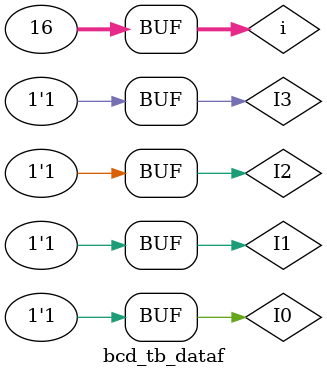
<source format=v>
`timescale 1ns / 1ps

module bcd_tb_dataf;

	// Inputs
	reg I0;
	reg I1;
	reg I2;
	reg I3;

	// Outputs
	wire [6:0] O;
	integer i;
	// Instantiate the Unit Under Test (UUT)
	bcd_dataf uut (
		.I0(I0), 
		.I1(I1), 
		.I2(I2), 
		.I3(I3), 
		.O(O)
	);

	initial begin
		for (i=0; i<16; i=i+1) 
		begin 
			I0 = i[0];
			I1 = i[1];
			I2 = i[2];
			I3 = i[3];
			#10;
		end
		// Add stimulus here
	end
      
endmodule


</source>
